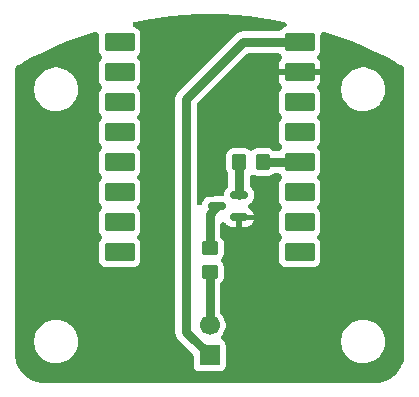
<source format=gbr>
G04 #@! TF.GenerationSoftware,KiCad,Pcbnew,9.0.6*
G04 #@! TF.CreationDate,2025-12-02T19:13:17-05:00*
G04 #@! TF.ProjectId,mini_xmas_tree,6d696e69-5f78-46d6-9173-5f747265652e,rev?*
G04 #@! TF.SameCoordinates,PX7459280PY3fe56c0*
G04 #@! TF.FileFunction,Copper,L2,Bot*
G04 #@! TF.FilePolarity,Positive*
%FSLAX46Y46*%
G04 Gerber Fmt 4.6, Leading zero omitted, Abs format (unit mm)*
G04 Created by KiCad (PCBNEW 9.0.6) date 2025-12-02 19:13:17*
%MOMM*%
%LPD*%
G01*
G04 APERTURE LIST*
G04 Aperture macros list*
%AMRoundRect*
0 Rectangle with rounded corners*
0 $1 Rounding radius*
0 $2 $3 $4 $5 $6 $7 $8 $9 X,Y pos of 4 corners*
0 Add a 4 corners polygon primitive as box body*
4,1,4,$2,$3,$4,$5,$6,$7,$8,$9,$2,$3,0*
0 Add four circle primitives for the rounded corners*
1,1,$1+$1,$2,$3*
1,1,$1+$1,$4,$5*
1,1,$1+$1,$6,$7*
1,1,$1+$1,$8,$9*
0 Add four rect primitives between the rounded corners*
20,1,$1+$1,$2,$3,$4,$5,0*
20,1,$1+$1,$4,$5,$6,$7,0*
20,1,$1+$1,$6,$7,$8,$9,0*
20,1,$1+$1,$8,$9,$2,$3,0*%
G04 Aperture macros list end*
G04 #@! TA.AperFunction,ComponentPad*
%ADD10C,1.700000*%
G04 #@! TD*
G04 #@! TA.AperFunction,ComponentPad*
%ADD11R,1.700000X1.700000*%
G04 #@! TD*
G04 #@! TA.AperFunction,ComponentPad*
%ADD12RoundRect,0.240000X-1.030000X-0.560000X1.030000X-0.560000X1.030000X0.560000X-1.030000X0.560000X0*%
G04 #@! TD*
G04 #@! TA.AperFunction,SMDPad,CuDef*
%ADD13RoundRect,0.250000X0.350000X0.450000X-0.350000X0.450000X-0.350000X-0.450000X0.350000X-0.450000X0*%
G04 #@! TD*
G04 #@! TA.AperFunction,SMDPad,CuDef*
%ADD14RoundRect,0.250000X0.450000X-0.350000X0.450000X0.350000X-0.450000X0.350000X-0.450000X-0.350000X0*%
G04 #@! TD*
G04 #@! TA.AperFunction,SMDPad,CuDef*
%ADD15RoundRect,0.150000X0.587500X0.150000X-0.587500X0.150000X-0.587500X-0.150000X0.587500X-0.150000X0*%
G04 #@! TD*
G04 #@! TA.AperFunction,Conductor*
%ADD16C,0.800000*%
G04 #@! TD*
G04 APERTURE END LIST*
D10*
G04 #@! TO.P,J1,2,Pin_2*
G04 #@! TO.N,Net-(J1-Pin_2)*
X18000000Y-27135000D03*
D11*
G04 #@! TO.P,J1,1,Pin_1*
G04 #@! TO.N,+5V*
X18000000Y-29675000D03*
G04 #@! TD*
D12*
G04 #@! TO.P,A1,1,GPIO05*
G04 #@! TO.N,unconnected-(A1-GPIO05-Pad1)*
X10380000Y-3150000D03*
G04 #@! TO.P,A1,2,GPIO06*
G04 #@! TO.N,unconnected-(A1-GPIO06-Pad2)*
X10380000Y-5690000D03*
G04 #@! TO.P,A1,3,GPIO07*
G04 #@! TO.N,unconnected-(A1-GPIO07-Pad3)*
X10380000Y-8230000D03*
G04 #@! TO.P,A1,4,GPIO08*
G04 #@! TO.N,unconnected-(A1-GPIO08-Pad4)*
X10380000Y-10770000D03*
G04 #@! TO.P,A1,5,GPIO09*
G04 #@! TO.N,unconnected-(A1-GPIO09-Pad5)*
X10380000Y-13310000D03*
G04 #@! TO.P,A1,6,GPIO10*
G04 #@! TO.N,unconnected-(A1-GPIO10-Pad6)*
X10380000Y-15850000D03*
G04 #@! TO.P,A1,7,GPIO20*
G04 #@! TO.N,unconnected-(A1-GPIO20-Pad7)*
X10380000Y-18390000D03*
G04 #@! TO.P,A1,8,GPIO21*
G04 #@! TO.N,unconnected-(A1-GPIO21-Pad8)*
X10380000Y-20930000D03*
G04 #@! TO.P,A1,9,GPIO00*
G04 #@! TO.N,unconnected-(A1-GPIO00-Pad9)*
X25620000Y-20930000D03*
G04 #@! TO.P,A1,10,GPIO01*
G04 #@! TO.N,unconnected-(A1-GPIO01-Pad10)*
X25620000Y-18390000D03*
G04 #@! TO.P,A1,11,GPIO02*
G04 #@! TO.N,unconnected-(A1-GPIO02-Pad11)*
X25620000Y-15850000D03*
G04 #@! TO.P,A1,12,GPIO03*
G04 #@! TO.N,/LED_STRING_CTRL*
X25620000Y-13310000D03*
G04 #@! TO.P,A1,13,GPIO04*
G04 #@! TO.N,unconnected-(A1-GPIO04-Pad13)*
X25620000Y-10770000D03*
G04 #@! TO.P,A1,14,3V3*
G04 #@! TO.N,unconnected-(A1-3V3-Pad14)*
X25620000Y-8230000D03*
G04 #@! TO.P,A1,15,GND*
G04 #@! TO.N,GND*
X25620000Y-5690000D03*
G04 #@! TO.P,A1,16,5V*
G04 #@! TO.N,+5V*
X25620000Y-3150000D03*
G04 #@! TD*
D13*
G04 #@! TO.P,R1,1*
G04 #@! TO.N,/LED_STRING_CTRL*
X22500000Y-13300000D03*
G04 #@! TO.P,R1,2*
G04 #@! TO.N,Net-(Q1-B)*
X20500000Y-13300000D03*
G04 #@! TD*
D14*
G04 #@! TO.P,R2,1*
G04 #@! TO.N,Net-(J1-Pin_2)*
X18000000Y-22600000D03*
G04 #@! TO.P,R2,2*
G04 #@! TO.N,Net-(Q1-C)*
X18000000Y-20600000D03*
G04 #@! TD*
D15*
G04 #@! TO.P,Q1,1,B*
G04 #@! TO.N,Net-(Q1-B)*
X20500000Y-16100000D03*
G04 #@! TO.P,Q1,2,E*
G04 #@! TO.N,GND*
X20500000Y-18000000D03*
G04 #@! TO.P,Q1,3,C*
G04 #@! TO.N,Net-(Q1-C)*
X18625000Y-17050000D03*
G04 #@! TD*
D16*
G04 #@! TO.N,+5V*
X18000000Y-29675000D02*
X16000000Y-27675000D01*
X16000000Y-27675000D02*
X16000000Y-8000000D01*
X16000000Y-8000000D02*
X20850000Y-3150000D01*
X20850000Y-3150000D02*
X25620000Y-3150000D01*
G04 #@! TO.N,Net-(J1-Pin_2)*
X18000000Y-22600000D02*
X18000000Y-27135000D01*
G04 #@! TO.N,Net-(Q1-C)*
X18000000Y-20600000D02*
X18000000Y-17675000D01*
X18000000Y-17675000D02*
X18625000Y-17050000D01*
G04 #@! TO.N,Net-(Q1-B)*
X20500000Y-13300000D02*
X20500000Y-16100000D01*
G04 #@! TO.N,/LED_STRING_CTRL*
X25620000Y-13310000D02*
X22510000Y-13310000D01*
X22510000Y-13310000D02*
X22500000Y-13300000D01*
G04 #@! TD*
G04 #@! TA.AperFunction,Conductor*
G04 #@! TO.N,GND*
G36*
X19094820Y-805528D02*
G01*
X19103166Y-805809D01*
X20192623Y-861106D01*
X20200913Y-861668D01*
X21287844Y-953756D01*
X21296143Y-954601D01*
X22379334Y-1083377D01*
X22387649Y-1084508D01*
X23465843Y-1249821D01*
X23474043Y-1251220D01*
X24314692Y-1409364D01*
X24404830Y-1445607D01*
X24474240Y-1513588D01*
X24512351Y-1602956D01*
X24513362Y-1700106D01*
X24477118Y-1790247D01*
X24409137Y-1859657D01*
X24346978Y-1890432D01*
X24274922Y-1914309D01*
X24127591Y-2005184D01*
X24127589Y-2005186D01*
X24005186Y-2127589D01*
X24002945Y-2131222D01*
X23998722Y-2135763D01*
X23996191Y-2138965D01*
X23995934Y-2138762D01*
X23936790Y-2202371D01*
X23848441Y-2242788D01*
X23791019Y-2249500D01*
X20938692Y-2249500D01*
X20761308Y-2249500D01*
X20653988Y-2270847D01*
X20587328Y-2284106D01*
X20587327Y-2284107D01*
X20471454Y-2332102D01*
X20471452Y-2332104D01*
X20453720Y-2339449D01*
X20423452Y-2351987D01*
X20423448Y-2351989D01*
X20334091Y-2411697D01*
X20334090Y-2411698D01*
X20275968Y-2450533D01*
X15300536Y-7425964D01*
X15261062Y-7485041D01*
X15261061Y-7485040D01*
X15201990Y-7573446D01*
X15201986Y-7573455D01*
X15181012Y-7624091D01*
X15134105Y-7737331D01*
X15132361Y-7746100D01*
X15099500Y-7911308D01*
X15099500Y-7911309D01*
X15099500Y-27586308D01*
X15099500Y-27763692D01*
X15115239Y-27842817D01*
X15134105Y-27937668D01*
X15161747Y-28004399D01*
X15166052Y-28014792D01*
X15201987Y-28101547D01*
X15244455Y-28165104D01*
X15300536Y-28249036D01*
X15300539Y-28249039D01*
X16576570Y-29525070D01*
X16630546Y-29605852D01*
X16649500Y-29701140D01*
X16649500Y-30572865D01*
X16649500Y-30572868D01*
X16649501Y-30572872D01*
X16651567Y-30592093D01*
X16655908Y-30632480D01*
X16655909Y-30632484D01*
X16706203Y-30767329D01*
X16706204Y-30767331D01*
X16792454Y-30882546D01*
X16907669Y-30968796D01*
X17042517Y-31019091D01*
X17102127Y-31025500D01*
X18897872Y-31025499D01*
X18957483Y-31019091D01*
X19092331Y-30968796D01*
X19207546Y-30882546D01*
X19293796Y-30767331D01*
X19344091Y-30632483D01*
X19350500Y-30572873D01*
X19350499Y-28777128D01*
X19344091Y-28717517D01*
X19293796Y-28582669D01*
X19207546Y-28467454D01*
X19092331Y-28381204D01*
X19085650Y-28378712D01*
X29149500Y-28378712D01*
X29149500Y-28621287D01*
X29181162Y-28861790D01*
X29181163Y-28861795D01*
X29243940Y-29096082D01*
X29243948Y-29096105D01*
X29336770Y-29320201D01*
X29336778Y-29320217D01*
X29458058Y-29530279D01*
X29458064Y-29530289D01*
X29605729Y-29722731D01*
X29605738Y-29722741D01*
X29777258Y-29894261D01*
X29777268Y-29894270D01*
X29898491Y-29987287D01*
X29969711Y-30041936D01*
X29969720Y-30041941D01*
X30179782Y-30163221D01*
X30179798Y-30163229D01*
X30319858Y-30221242D01*
X30403900Y-30256054D01*
X30403911Y-30256057D01*
X30403917Y-30256059D01*
X30587021Y-30305121D01*
X30638211Y-30318838D01*
X30878712Y-30350500D01*
X31121288Y-30350500D01*
X31361789Y-30318838D01*
X31523275Y-30275567D01*
X31596082Y-30256059D01*
X31596084Y-30256058D01*
X31596100Y-30256054D01*
X31747766Y-30193231D01*
X31820201Y-30163229D01*
X31820206Y-30163226D01*
X31820212Y-30163224D01*
X32030289Y-30041936D01*
X32222738Y-29894265D01*
X32394265Y-29722738D01*
X32541936Y-29530289D01*
X32663224Y-29320212D01*
X32756054Y-29096100D01*
X32818838Y-28861789D01*
X32850500Y-28621288D01*
X32850500Y-28378712D01*
X32818838Y-28138211D01*
X32782983Y-28004399D01*
X32756059Y-27903917D01*
X32756057Y-27903911D01*
X32756054Y-27903900D01*
X32697977Y-27763689D01*
X32663229Y-27679798D01*
X32663221Y-27679782D01*
X32541941Y-27469720D01*
X32541935Y-27469710D01*
X32394270Y-27277268D01*
X32394261Y-27277258D01*
X32222741Y-27105738D01*
X32222731Y-27105729D01*
X32030289Y-26958064D01*
X32030279Y-26958058D01*
X31820217Y-26836778D01*
X31820201Y-26836770D01*
X31596105Y-26743948D01*
X31596103Y-26743947D01*
X31596100Y-26743946D01*
X31596096Y-26743945D01*
X31596082Y-26743940D01*
X31361795Y-26681163D01*
X31361790Y-26681162D01*
X31121288Y-26649500D01*
X30878712Y-26649500D01*
X30638209Y-26681162D01*
X30638204Y-26681163D01*
X30403917Y-26743940D01*
X30403894Y-26743948D01*
X30179798Y-26836770D01*
X30179782Y-26836778D01*
X29969720Y-26958058D01*
X29969710Y-26958064D01*
X29777268Y-27105729D01*
X29777258Y-27105738D01*
X29605738Y-27277258D01*
X29605729Y-27277268D01*
X29458064Y-27469710D01*
X29458058Y-27469720D01*
X29336778Y-27679782D01*
X29336770Y-27679798D01*
X29243948Y-27903894D01*
X29243940Y-27903917D01*
X29181163Y-28138204D01*
X29181162Y-28138209D01*
X29149500Y-28378712D01*
X19085650Y-28378712D01*
X19083762Y-28378008D01*
X19057687Y-28354342D01*
X19046073Y-28338660D01*
X19031106Y-28326144D01*
X19017433Y-28299986D01*
X18999866Y-28276266D01*
X18995138Y-28257335D01*
X18986099Y-28240043D01*
X18983476Y-28210641D01*
X18976325Y-28182007D01*
X18979200Y-28162710D01*
X18977467Y-28143272D01*
X18986296Y-28115102D01*
X18990647Y-28085913D01*
X19000689Y-28069184D01*
X19006526Y-28050564D01*
X19025274Y-28023376D01*
X19024353Y-28022707D01*
X19030104Y-28014792D01*
X19155051Y-27842816D01*
X19251557Y-27653412D01*
X19317246Y-27451243D01*
X19350500Y-27241287D01*
X19350500Y-27028713D01*
X19350499Y-27028710D01*
X19350499Y-27028703D01*
X19317246Y-26818759D01*
X19317246Y-26818757D01*
X19251557Y-26616588D01*
X19155051Y-26427184D01*
X19030104Y-26255208D01*
X18973430Y-26198534D01*
X18919454Y-26117752D01*
X18900500Y-26022464D01*
X18900500Y-23664007D01*
X18919454Y-23568719D01*
X18973427Y-23487940D01*
X19042712Y-23418656D01*
X19134814Y-23269334D01*
X19189999Y-23102797D01*
X19200500Y-23000009D01*
X19200499Y-22199992D01*
X19189999Y-22097203D01*
X19182580Y-22074815D01*
X19162653Y-22014680D01*
X19134814Y-21930666D01*
X19042712Y-21781344D01*
X19037434Y-21776066D01*
X18983461Y-21695288D01*
X18964507Y-21600000D01*
X18983461Y-21504712D01*
X19037434Y-21423933D01*
X19042712Y-21418656D01*
X19134814Y-21269334D01*
X19189999Y-21102797D01*
X19200500Y-21000009D01*
X19200499Y-20199992D01*
X19189999Y-20097203D01*
X19134814Y-19930666D01*
X19042712Y-19781344D01*
X18973427Y-19712059D01*
X18919454Y-19631281D01*
X18900500Y-19535993D01*
X18900500Y-18625902D01*
X18919454Y-18530614D01*
X18973430Y-18449832D01*
X19054212Y-18395856D01*
X19149500Y-18376902D01*
X19244788Y-18395856D01*
X19325570Y-18449832D01*
X19363825Y-18499151D01*
X19394815Y-18551553D01*
X19510946Y-18667684D01*
X19652304Y-18751283D01*
X19810001Y-18797098D01*
X19810013Y-18797100D01*
X19846849Y-18799999D01*
X19846860Y-18800000D01*
X20249999Y-18800000D01*
X20250000Y-18799999D01*
X20750000Y-18799999D01*
X20750001Y-18800000D01*
X21153140Y-18800000D01*
X21153150Y-18799999D01*
X21189986Y-18797100D01*
X21189998Y-18797098D01*
X21347695Y-18751283D01*
X21489053Y-18667684D01*
X21605184Y-18551553D01*
X21688783Y-18410195D01*
X21688783Y-18410193D01*
X21734599Y-18252492D01*
X21734796Y-18250000D01*
X20750000Y-18250000D01*
X20750000Y-18799999D01*
X20250000Y-18799999D01*
X20250000Y-18249000D01*
X20268954Y-18153712D01*
X20322930Y-18072930D01*
X20403712Y-18018954D01*
X20499000Y-18000000D01*
X20500000Y-18000000D01*
X20500000Y-17999000D01*
X20518954Y-17903712D01*
X20572930Y-17822930D01*
X20653712Y-17768954D01*
X20749000Y-17750000D01*
X21734796Y-17750000D01*
X21734796Y-17749999D01*
X21734599Y-17747507D01*
X21688783Y-17589806D01*
X21688783Y-17589804D01*
X21605184Y-17448446D01*
X21489051Y-17332313D01*
X21374578Y-17264615D01*
X21302207Y-17199795D01*
X21260151Y-17112215D01*
X21254812Y-17015207D01*
X21287003Y-16923540D01*
X21351823Y-16851169D01*
X21374570Y-16835969D01*
X21489365Y-16768081D01*
X21605581Y-16651865D01*
X21689244Y-16510398D01*
X21735098Y-16352569D01*
X21738000Y-16315694D01*
X21738000Y-15884306D01*
X21735098Y-15847431D01*
X21689244Y-15689602D01*
X21605581Y-15548135D01*
X21489365Y-15431919D01*
X21489362Y-15431917D01*
X21478287Y-15420842D01*
X21480387Y-15418741D01*
X21433202Y-15364359D01*
X21402461Y-15272195D01*
X21400500Y-15241004D01*
X21400500Y-14615626D01*
X21419454Y-14520338D01*
X21473430Y-14439556D01*
X21554212Y-14385580D01*
X21649500Y-14366626D01*
X21744788Y-14385580D01*
X21780216Y-14403696D01*
X21830666Y-14434814D01*
X21830667Y-14434814D01*
X21830667Y-14434815D01*
X21981248Y-14484712D01*
X21997203Y-14489999D01*
X22099991Y-14500500D01*
X22900008Y-14500499D01*
X23002797Y-14489999D01*
X23169334Y-14434814D01*
X23318656Y-14342712D01*
X23377940Y-14283427D01*
X23458719Y-14229454D01*
X23554007Y-14210500D01*
X23791019Y-14210500D01*
X23886307Y-14229454D01*
X23967089Y-14283430D01*
X24002944Y-14328776D01*
X24005186Y-14332411D01*
X24076708Y-14403933D01*
X24130682Y-14484712D01*
X24149636Y-14580000D01*
X24130682Y-14675288D01*
X24076708Y-14756066D01*
X24005186Y-14827589D01*
X24005184Y-14827591D01*
X23914308Y-14974923D01*
X23859861Y-15139234D01*
X23849500Y-15240654D01*
X23849500Y-16459340D01*
X23859861Y-16560766D01*
X23914307Y-16725073D01*
X23914308Y-16725076D01*
X23958938Y-16797431D01*
X24005186Y-16872411D01*
X24076708Y-16943933D01*
X24130682Y-17024712D01*
X24149636Y-17120000D01*
X24130682Y-17215288D01*
X24076708Y-17296066D01*
X24040462Y-17332313D01*
X24005184Y-17367591D01*
X23914308Y-17514923D01*
X23859861Y-17679234D01*
X23849500Y-17780654D01*
X23849500Y-18999340D01*
X23859861Y-19100766D01*
X23914307Y-19265073D01*
X23914308Y-19265076D01*
X23914310Y-19265079D01*
X24005186Y-19412411D01*
X24076708Y-19483933D01*
X24130682Y-19564712D01*
X24149636Y-19660000D01*
X24130682Y-19755288D01*
X24076708Y-19836066D01*
X24039363Y-19873412D01*
X24005184Y-19907591D01*
X23914308Y-20054923D01*
X23859861Y-20219234D01*
X23849500Y-20320654D01*
X23849500Y-21539340D01*
X23859861Y-21640766D01*
X23914307Y-21805073D01*
X23914308Y-21805076D01*
X23956459Y-21873412D01*
X24005186Y-21952411D01*
X24127589Y-22074814D01*
X24127591Y-22074815D01*
X24274923Y-22165691D01*
X24439234Y-22220138D01*
X24439236Y-22220138D01*
X24439239Y-22220139D01*
X24540657Y-22230500D01*
X26699342Y-22230499D01*
X26800761Y-22220139D01*
X26800763Y-22220138D01*
X26800766Y-22220138D01*
X26965073Y-22165692D01*
X26965076Y-22165691D01*
X26965076Y-22165690D01*
X26965079Y-22165690D01*
X27112411Y-22074814D01*
X27234814Y-21952411D01*
X27325690Y-21805079D01*
X27374663Y-21657288D01*
X27380138Y-21640765D01*
X27380138Y-21640763D01*
X27380139Y-21640761D01*
X27390500Y-21539343D01*
X27390499Y-20320658D01*
X27380139Y-20219239D01*
X27380138Y-20219237D01*
X27380138Y-20219233D01*
X27325692Y-20054926D01*
X27325691Y-20054923D01*
X27234815Y-19907591D01*
X27234814Y-19907589D01*
X27163291Y-19836066D01*
X27109318Y-19755288D01*
X27090364Y-19660000D01*
X27109318Y-19564712D01*
X27163291Y-19483933D01*
X27234814Y-19412411D01*
X27325690Y-19265079D01*
X27325692Y-19265073D01*
X27380138Y-19100765D01*
X27380138Y-19100763D01*
X27380139Y-19100761D01*
X27390500Y-18999343D01*
X27390499Y-17780658D01*
X27380139Y-17679239D01*
X27380138Y-17679237D01*
X27380138Y-17679233D01*
X27325692Y-17514926D01*
X27325691Y-17514923D01*
X27292060Y-17460398D01*
X27234814Y-17367589D01*
X27163291Y-17296066D01*
X27109318Y-17215288D01*
X27090364Y-17120000D01*
X27109318Y-17024712D01*
X27163291Y-16943933D01*
X27234814Y-16872411D01*
X27325690Y-16725079D01*
X27325692Y-16725073D01*
X27380138Y-16560765D01*
X27380138Y-16560763D01*
X27380139Y-16560761D01*
X27390500Y-16459343D01*
X27390499Y-15240658D01*
X27380139Y-15139239D01*
X27380138Y-15139237D01*
X27380138Y-15139233D01*
X27325692Y-14974926D01*
X27325691Y-14974923D01*
X27234815Y-14827591D01*
X27234814Y-14827589D01*
X27163291Y-14756066D01*
X27109318Y-14675288D01*
X27090364Y-14580000D01*
X27109318Y-14484712D01*
X27163291Y-14403933D01*
X27234814Y-14332411D01*
X27325690Y-14185079D01*
X27364044Y-14069334D01*
X27380138Y-14020765D01*
X27380138Y-14020763D01*
X27380139Y-14020761D01*
X27390500Y-13919343D01*
X27390499Y-12700658D01*
X27380139Y-12599239D01*
X27380138Y-12599237D01*
X27380138Y-12599233D01*
X27325692Y-12434926D01*
X27325691Y-12434923D01*
X27309839Y-12409222D01*
X27234814Y-12287589D01*
X27163291Y-12216066D01*
X27109318Y-12135288D01*
X27090364Y-12040000D01*
X27109318Y-11944712D01*
X27163291Y-11863933D01*
X27234814Y-11792411D01*
X27325690Y-11645079D01*
X27325692Y-11645073D01*
X27380138Y-11480765D01*
X27380138Y-11480763D01*
X27380139Y-11480761D01*
X27390500Y-11379343D01*
X27390499Y-10160658D01*
X27380139Y-10059239D01*
X27380138Y-10059237D01*
X27380138Y-10059233D01*
X27325692Y-9894926D01*
X27325691Y-9894923D01*
X27234815Y-9747591D01*
X27234814Y-9747589D01*
X27163291Y-9676066D01*
X27109318Y-9595288D01*
X27090364Y-9500000D01*
X27109318Y-9404712D01*
X27163291Y-9323933D01*
X27234814Y-9252411D01*
X27325690Y-9105079D01*
X27360344Y-9000500D01*
X27380138Y-8940765D01*
X27380138Y-8940763D01*
X27380139Y-8940761D01*
X27390500Y-8839343D01*
X27390499Y-7620658D01*
X27380139Y-7519239D01*
X27380138Y-7519237D01*
X27380138Y-7519233D01*
X27325692Y-7354926D01*
X27325691Y-7354923D01*
X27274104Y-7271287D01*
X27234814Y-7207589D01*
X27162937Y-7135712D01*
X27108964Y-7054934D01*
X27103748Y-7028712D01*
X29149500Y-7028712D01*
X29149500Y-7271287D01*
X29181162Y-7511790D01*
X29181163Y-7511795D01*
X29243940Y-7746082D01*
X29243948Y-7746105D01*
X29336770Y-7970201D01*
X29336778Y-7970217D01*
X29458058Y-8180279D01*
X29458064Y-8180289D01*
X29605729Y-8372731D01*
X29605738Y-8372741D01*
X29777258Y-8544261D01*
X29777268Y-8544270D01*
X29898491Y-8637287D01*
X29969711Y-8691936D01*
X29969720Y-8691941D01*
X30179782Y-8813221D01*
X30179798Y-8813229D01*
X30319858Y-8871242D01*
X30403900Y-8906054D01*
X30403911Y-8906057D01*
X30403917Y-8906059D01*
X30587021Y-8955121D01*
X30638211Y-8968838D01*
X30878712Y-9000500D01*
X31121288Y-9000500D01*
X31361789Y-8968838D01*
X31523275Y-8925567D01*
X31596082Y-8906059D01*
X31596084Y-8906058D01*
X31596100Y-8906054D01*
X31757155Y-8839343D01*
X31820201Y-8813229D01*
X31820206Y-8813226D01*
X31820212Y-8813224D01*
X32030289Y-8691936D01*
X32222738Y-8544265D01*
X32394265Y-8372738D01*
X32541936Y-8180289D01*
X32663224Y-7970212D01*
X32756054Y-7746100D01*
X32818838Y-7511789D01*
X32850500Y-7271288D01*
X32850500Y-7028712D01*
X32818838Y-6788211D01*
X32798527Y-6712411D01*
X32756059Y-6553917D01*
X32756057Y-6553911D01*
X32756054Y-6553900D01*
X32692580Y-6400660D01*
X32663229Y-6329798D01*
X32663221Y-6329782D01*
X32541941Y-6119720D01*
X32541935Y-6119710D01*
X32533972Y-6109333D01*
X32487287Y-6048491D01*
X32394270Y-5927268D01*
X32394261Y-5927258D01*
X32222741Y-5755738D01*
X32222731Y-5755729D01*
X32030289Y-5608064D01*
X32030279Y-5608058D01*
X31820217Y-5486778D01*
X31820201Y-5486770D01*
X31596105Y-5393948D01*
X31596103Y-5393947D01*
X31596100Y-5393946D01*
X31596096Y-5393945D01*
X31596082Y-5393940D01*
X31361795Y-5331163D01*
X31361790Y-5331162D01*
X31121288Y-5299500D01*
X30878712Y-5299500D01*
X30638209Y-5331162D01*
X30638204Y-5331163D01*
X30403917Y-5393940D01*
X30403894Y-5393948D01*
X30179798Y-5486770D01*
X30179782Y-5486778D01*
X29969720Y-5608058D01*
X29969710Y-5608064D01*
X29777268Y-5755729D01*
X29777258Y-5755738D01*
X29605738Y-5927258D01*
X29605729Y-5927268D01*
X29458064Y-6119710D01*
X29458058Y-6119720D01*
X29336778Y-6329782D01*
X29336770Y-6329798D01*
X29243948Y-6553894D01*
X29243940Y-6553917D01*
X29181163Y-6788204D01*
X29181162Y-6788209D01*
X29149500Y-7028712D01*
X27103748Y-7028712D01*
X27090010Y-6959646D01*
X27108964Y-6864358D01*
X27162940Y-6783576D01*
X27234419Y-6712097D01*
X27325236Y-6564861D01*
X27379645Y-6400664D01*
X27389999Y-6299315D01*
X27390000Y-6299305D01*
X27390000Y-5940001D01*
X27389999Y-5940000D01*
X25995278Y-5940000D01*
X26039333Y-5863694D01*
X26070000Y-5749244D01*
X26070000Y-5630756D01*
X26039333Y-5516306D01*
X25995278Y-5440000D01*
X27389998Y-5440000D01*
X27389999Y-5439999D01*
X27389999Y-5080698D01*
X27389998Y-5080681D01*
X27379645Y-4979339D01*
X27325234Y-4815135D01*
X27234418Y-4667901D01*
X27162940Y-4596423D01*
X27108964Y-4515641D01*
X27090010Y-4420353D01*
X27108964Y-4325065D01*
X27162935Y-4244289D01*
X27234814Y-4172411D01*
X27325690Y-4025079D01*
X27375302Y-3875358D01*
X27380138Y-3860765D01*
X27380138Y-3860763D01*
X27380139Y-3860761D01*
X27390500Y-3759343D01*
X27390499Y-2540658D01*
X27389916Y-2534954D01*
X27394451Y-2487095D01*
X27398835Y-2439067D01*
X27399040Y-2438676D01*
X27399082Y-2438236D01*
X27421677Y-2395585D01*
X27444018Y-2353057D01*
X27444356Y-2352775D01*
X27444563Y-2352385D01*
X27481709Y-2321669D01*
X27518675Y-2290886D01*
X27519095Y-2290754D01*
X27519437Y-2290473D01*
X27565427Y-2276336D01*
X27611442Y-2262017D01*
X27611883Y-2262057D01*
X27612304Y-2261928D01*
X27708195Y-2270847D01*
X27737004Y-2279361D01*
X27745014Y-2281876D01*
X28780006Y-2626219D01*
X28787929Y-2629004D01*
X29810693Y-3008138D01*
X29818532Y-3011195D01*
X30827883Y-3424679D01*
X30835570Y-3427981D01*
X31830418Y-3875369D01*
X31837991Y-3878929D01*
X32817169Y-4359701D01*
X32824560Y-4363487D01*
X33786895Y-4877064D01*
X33794233Y-4881141D01*
X34375094Y-5216838D01*
X34448111Y-5280928D01*
X34491044Y-5368083D01*
X34499500Y-5432424D01*
X34499500Y-29492471D01*
X34499046Y-29507504D01*
X34499046Y-29507505D01*
X34482185Y-29786250D01*
X34478560Y-29816100D01*
X34429583Y-30083357D01*
X34422387Y-30112551D01*
X34341555Y-30371950D01*
X34330893Y-30400065D01*
X34219379Y-30647839D01*
X34205405Y-30674464D01*
X34064838Y-30906989D01*
X34047758Y-30931734D01*
X33880193Y-31145616D01*
X33860254Y-31168123D01*
X33668123Y-31360254D01*
X33645616Y-31380193D01*
X33431734Y-31547758D01*
X33406989Y-31564838D01*
X33174464Y-31705405D01*
X33147839Y-31719379D01*
X32900065Y-31830893D01*
X32871950Y-31841555D01*
X32612551Y-31922387D01*
X32583357Y-31929583D01*
X32316100Y-31978560D01*
X32286250Y-31982185D01*
X32007506Y-31999046D01*
X31992472Y-31999500D01*
X4007528Y-31999500D01*
X3992494Y-31999046D01*
X3713749Y-31982185D01*
X3683899Y-31978560D01*
X3416642Y-31929583D01*
X3387448Y-31922387D01*
X3128049Y-31841555D01*
X3099934Y-31830893D01*
X2852160Y-31719379D01*
X2825535Y-31705405D01*
X2593010Y-31564838D01*
X2568265Y-31547758D01*
X2354383Y-31380193D01*
X2331876Y-31360254D01*
X2139745Y-31168123D01*
X2119806Y-31145616D01*
X1952241Y-30931734D01*
X1935161Y-30906989D01*
X1794594Y-30674464D01*
X1780620Y-30647839D01*
X1773709Y-30632484D01*
X1669103Y-30400059D01*
X1658444Y-30371950D01*
X1641893Y-30318837D01*
X1577610Y-30112546D01*
X1570416Y-30083357D01*
X1521437Y-29816088D01*
X1517815Y-29786261D01*
X1500954Y-29507504D01*
X1500500Y-29492471D01*
X1500500Y-28378712D01*
X3149500Y-28378712D01*
X3149500Y-28621287D01*
X3181162Y-28861790D01*
X3181163Y-28861795D01*
X3243940Y-29096082D01*
X3243948Y-29096105D01*
X3336770Y-29320201D01*
X3336778Y-29320217D01*
X3458058Y-29530279D01*
X3458064Y-29530289D01*
X3605729Y-29722731D01*
X3605738Y-29722741D01*
X3777258Y-29894261D01*
X3777268Y-29894270D01*
X3898491Y-29987287D01*
X3969711Y-30041936D01*
X3969720Y-30041941D01*
X4179782Y-30163221D01*
X4179798Y-30163229D01*
X4319858Y-30221242D01*
X4403900Y-30256054D01*
X4403911Y-30256057D01*
X4403917Y-30256059D01*
X4587021Y-30305121D01*
X4638211Y-30318838D01*
X4878712Y-30350500D01*
X5121288Y-30350500D01*
X5361789Y-30318838D01*
X5523275Y-30275567D01*
X5596082Y-30256059D01*
X5596084Y-30256058D01*
X5596100Y-30256054D01*
X5747766Y-30193231D01*
X5820201Y-30163229D01*
X5820206Y-30163226D01*
X5820212Y-30163224D01*
X6030289Y-30041936D01*
X6222738Y-29894265D01*
X6394265Y-29722738D01*
X6541936Y-29530289D01*
X6663224Y-29320212D01*
X6756054Y-29096100D01*
X6818838Y-28861789D01*
X6850500Y-28621288D01*
X6850500Y-28378712D01*
X6818838Y-28138211D01*
X6782983Y-28004399D01*
X6756059Y-27903917D01*
X6756057Y-27903911D01*
X6756054Y-27903900D01*
X6697977Y-27763689D01*
X6663229Y-27679798D01*
X6663221Y-27679782D01*
X6541941Y-27469720D01*
X6541935Y-27469710D01*
X6394270Y-27277268D01*
X6394261Y-27277258D01*
X6222741Y-27105738D01*
X6222731Y-27105729D01*
X6030289Y-26958064D01*
X6030279Y-26958058D01*
X5820217Y-26836778D01*
X5820201Y-26836770D01*
X5596105Y-26743948D01*
X5596103Y-26743947D01*
X5596100Y-26743946D01*
X5596096Y-26743945D01*
X5596082Y-26743940D01*
X5361795Y-26681163D01*
X5361790Y-26681162D01*
X5121288Y-26649500D01*
X4878712Y-26649500D01*
X4638209Y-26681162D01*
X4638204Y-26681163D01*
X4403917Y-26743940D01*
X4403894Y-26743948D01*
X4179798Y-26836770D01*
X4179782Y-26836778D01*
X3969720Y-26958058D01*
X3969710Y-26958064D01*
X3777268Y-27105729D01*
X3777258Y-27105738D01*
X3605738Y-27277258D01*
X3605729Y-27277268D01*
X3458064Y-27469710D01*
X3458058Y-27469720D01*
X3336778Y-27679782D01*
X3336770Y-27679798D01*
X3243948Y-27903894D01*
X3243940Y-27903917D01*
X3181163Y-28138204D01*
X3181162Y-28138209D01*
X3149500Y-28378712D01*
X1500500Y-28378712D01*
X1500500Y-7028712D01*
X3149500Y-7028712D01*
X3149500Y-7271287D01*
X3181162Y-7511790D01*
X3181163Y-7511795D01*
X3243940Y-7746082D01*
X3243948Y-7746105D01*
X3336770Y-7970201D01*
X3336778Y-7970217D01*
X3458058Y-8180279D01*
X3458064Y-8180289D01*
X3605729Y-8372731D01*
X3605738Y-8372741D01*
X3777258Y-8544261D01*
X3777268Y-8544270D01*
X3898491Y-8637287D01*
X3969711Y-8691936D01*
X3969720Y-8691941D01*
X4179782Y-8813221D01*
X4179798Y-8813229D01*
X4319858Y-8871242D01*
X4403900Y-8906054D01*
X4403911Y-8906057D01*
X4403917Y-8906059D01*
X4587021Y-8955121D01*
X4638211Y-8968838D01*
X4878712Y-9000500D01*
X5121288Y-9000500D01*
X5361789Y-8968838D01*
X5523275Y-8925567D01*
X5596082Y-8906059D01*
X5596084Y-8906058D01*
X5596100Y-8906054D01*
X5757155Y-8839343D01*
X5820201Y-8813229D01*
X5820206Y-8813226D01*
X5820212Y-8813224D01*
X6030289Y-8691936D01*
X6222738Y-8544265D01*
X6394265Y-8372738D01*
X6541936Y-8180289D01*
X6663224Y-7970212D01*
X6756054Y-7746100D01*
X6818838Y-7511789D01*
X6850500Y-7271288D01*
X6850500Y-7028712D01*
X6818838Y-6788211D01*
X6798527Y-6712411D01*
X6756059Y-6553917D01*
X6756057Y-6553911D01*
X6756054Y-6553900D01*
X6692580Y-6400660D01*
X6663229Y-6329798D01*
X6663221Y-6329782D01*
X6541941Y-6119720D01*
X6541935Y-6119710D01*
X6533972Y-6109333D01*
X6487287Y-6048491D01*
X6394270Y-5927268D01*
X6394261Y-5927258D01*
X6222741Y-5755738D01*
X6222731Y-5755729D01*
X6030289Y-5608064D01*
X6030279Y-5608058D01*
X5820217Y-5486778D01*
X5820201Y-5486770D01*
X5596105Y-5393948D01*
X5596103Y-5393947D01*
X5596100Y-5393946D01*
X5596096Y-5393945D01*
X5596082Y-5393940D01*
X5361795Y-5331163D01*
X5361790Y-5331162D01*
X5121288Y-5299500D01*
X4878712Y-5299500D01*
X4638209Y-5331162D01*
X4638204Y-5331163D01*
X4403917Y-5393940D01*
X4403894Y-5393948D01*
X4179798Y-5486770D01*
X4179782Y-5486778D01*
X3969720Y-5608058D01*
X3969710Y-5608064D01*
X3777268Y-5755729D01*
X3777258Y-5755738D01*
X3605738Y-5927258D01*
X3605729Y-5927268D01*
X3458064Y-6119710D01*
X3458058Y-6119720D01*
X3336778Y-6329782D01*
X3336770Y-6329798D01*
X3243948Y-6553894D01*
X3243940Y-6553917D01*
X3181163Y-6788204D01*
X3181162Y-6788209D01*
X3149500Y-7028712D01*
X1500500Y-7028712D01*
X1500500Y-5432424D01*
X1519454Y-5337136D01*
X1573430Y-5256354D01*
X1624906Y-5216838D01*
X2205786Y-4881129D01*
X2213079Y-4877077D01*
X3175462Y-4363474D01*
X3182806Y-4359713D01*
X4162031Y-3878918D01*
X4169558Y-3875379D01*
X5164450Y-3427971D01*
X5172094Y-3424688D01*
X6181487Y-3011187D01*
X6189282Y-3008147D01*
X7212089Y-2628998D01*
X7219975Y-2626225D01*
X8255002Y-2281870D01*
X8262963Y-2279370D01*
X8291798Y-2270847D01*
X8388550Y-2262017D01*
X8481317Y-2290884D01*
X8555976Y-2353054D01*
X8601161Y-2439062D01*
X8610085Y-2534923D01*
X8609501Y-2540641D01*
X8609500Y-2540666D01*
X8609500Y-3759340D01*
X8619861Y-3860766D01*
X8674307Y-4025073D01*
X8674308Y-4025076D01*
X8674310Y-4025079D01*
X8765186Y-4172411D01*
X8836708Y-4243933D01*
X8890682Y-4324712D01*
X8909636Y-4420000D01*
X8890682Y-4515288D01*
X8836708Y-4596066D01*
X8783602Y-4649173D01*
X8765184Y-4667591D01*
X8674308Y-4814923D01*
X8619861Y-4979234D01*
X8609500Y-5080654D01*
X8609500Y-6299340D01*
X8619861Y-6400766D01*
X8674307Y-6565073D01*
X8674308Y-6565076D01*
X8674310Y-6565079D01*
X8765186Y-6712411D01*
X8836708Y-6783933D01*
X8890682Y-6864712D01*
X8909636Y-6960000D01*
X8890682Y-7055288D01*
X8836708Y-7136066D01*
X8765186Y-7207589D01*
X8765184Y-7207591D01*
X8674308Y-7354923D01*
X8619861Y-7519234D01*
X8609500Y-7620654D01*
X8609500Y-8839340D01*
X8619861Y-8940766D01*
X8674307Y-9105073D01*
X8674308Y-9105076D01*
X8674310Y-9105079D01*
X8765186Y-9252411D01*
X8836708Y-9323933D01*
X8890682Y-9404712D01*
X8909636Y-9500000D01*
X8890682Y-9595288D01*
X8836708Y-9676066D01*
X8765186Y-9747589D01*
X8765184Y-9747591D01*
X8674308Y-9894923D01*
X8619861Y-10059234D01*
X8609500Y-10160654D01*
X8609500Y-11379340D01*
X8619861Y-11480766D01*
X8674307Y-11645073D01*
X8674308Y-11645076D01*
X8674310Y-11645079D01*
X8765186Y-11792411D01*
X8836708Y-11863933D01*
X8890682Y-11944712D01*
X8909636Y-12040000D01*
X8890682Y-12135288D01*
X8836708Y-12216066D01*
X8795489Y-12257286D01*
X8765184Y-12287591D01*
X8674308Y-12434923D01*
X8619861Y-12599234D01*
X8609500Y-12700654D01*
X8609500Y-13919340D01*
X8619861Y-14020766D01*
X8674307Y-14185073D01*
X8674308Y-14185076D01*
X8674310Y-14185079D01*
X8765186Y-14332411D01*
X8836708Y-14403933D01*
X8890682Y-14484712D01*
X8909636Y-14580000D01*
X8890682Y-14675288D01*
X8836708Y-14756066D01*
X8765186Y-14827589D01*
X8765184Y-14827591D01*
X8674308Y-14974923D01*
X8619861Y-15139234D01*
X8609500Y-15240654D01*
X8609500Y-16459340D01*
X8619861Y-16560766D01*
X8674307Y-16725073D01*
X8674308Y-16725076D01*
X8718938Y-16797431D01*
X8765186Y-16872411D01*
X8836708Y-16943933D01*
X8890682Y-17024712D01*
X8909636Y-17120000D01*
X8890682Y-17215288D01*
X8836708Y-17296066D01*
X8800462Y-17332313D01*
X8765184Y-17367591D01*
X8674308Y-17514923D01*
X8619861Y-17679234D01*
X8609500Y-17780654D01*
X8609500Y-18999340D01*
X8619861Y-19100766D01*
X8674307Y-19265073D01*
X8674308Y-19265076D01*
X8674310Y-19265079D01*
X8765186Y-19412411D01*
X8836708Y-19483933D01*
X8890682Y-19564712D01*
X8909636Y-19660000D01*
X8890682Y-19755288D01*
X8836708Y-19836066D01*
X8799363Y-19873412D01*
X8765184Y-19907591D01*
X8674308Y-20054923D01*
X8619861Y-20219234D01*
X8609500Y-20320654D01*
X8609500Y-21539340D01*
X8619861Y-21640766D01*
X8674307Y-21805073D01*
X8674308Y-21805076D01*
X8716459Y-21873412D01*
X8765186Y-21952411D01*
X8887589Y-22074814D01*
X8887591Y-22074815D01*
X9034923Y-22165691D01*
X9199234Y-22220138D01*
X9199236Y-22220138D01*
X9199239Y-22220139D01*
X9300657Y-22230500D01*
X11459342Y-22230499D01*
X11560761Y-22220139D01*
X11560763Y-22220138D01*
X11560766Y-22220138D01*
X11725073Y-22165692D01*
X11725076Y-22165691D01*
X11725076Y-22165690D01*
X11725079Y-22165690D01*
X11872411Y-22074814D01*
X11994814Y-21952411D01*
X12085690Y-21805079D01*
X12134663Y-21657288D01*
X12140138Y-21640765D01*
X12140138Y-21640763D01*
X12140139Y-21640761D01*
X12150500Y-21539343D01*
X12150499Y-20320658D01*
X12140139Y-20219239D01*
X12140138Y-20219237D01*
X12140138Y-20219233D01*
X12085692Y-20054926D01*
X12085691Y-20054923D01*
X11994815Y-19907591D01*
X11994814Y-19907589D01*
X11923291Y-19836066D01*
X11869318Y-19755288D01*
X11850364Y-19660000D01*
X11869318Y-19564712D01*
X11923291Y-19483933D01*
X11994814Y-19412411D01*
X12085690Y-19265079D01*
X12085692Y-19265073D01*
X12140138Y-19100765D01*
X12140138Y-19100763D01*
X12140139Y-19100761D01*
X12150500Y-18999343D01*
X12150499Y-17780658D01*
X12140139Y-17679239D01*
X12140138Y-17679237D01*
X12140138Y-17679233D01*
X12085692Y-17514926D01*
X12085691Y-17514923D01*
X12052060Y-17460398D01*
X11994814Y-17367589D01*
X11923291Y-17296066D01*
X11869318Y-17215288D01*
X11850364Y-17120000D01*
X11869318Y-17024712D01*
X11923291Y-16943933D01*
X11994814Y-16872411D01*
X12085690Y-16725079D01*
X12085692Y-16725073D01*
X12140138Y-16560765D01*
X12140138Y-16560763D01*
X12140139Y-16560761D01*
X12150500Y-16459343D01*
X12150499Y-15240658D01*
X12140139Y-15139239D01*
X12140138Y-15139237D01*
X12140138Y-15139233D01*
X12085692Y-14974926D01*
X12085691Y-14974923D01*
X11994815Y-14827591D01*
X11994814Y-14827589D01*
X11923291Y-14756066D01*
X11869318Y-14675288D01*
X11850364Y-14580000D01*
X11869318Y-14484712D01*
X11923291Y-14403933D01*
X11994814Y-14332411D01*
X12085690Y-14185079D01*
X12124044Y-14069334D01*
X12140138Y-14020765D01*
X12140138Y-14020763D01*
X12140139Y-14020761D01*
X12150500Y-13919343D01*
X12150499Y-12700658D01*
X12140139Y-12599239D01*
X12140138Y-12599237D01*
X12140138Y-12599233D01*
X12085692Y-12434926D01*
X12085691Y-12434923D01*
X12069839Y-12409222D01*
X11994814Y-12287589D01*
X11923291Y-12216066D01*
X11869318Y-12135288D01*
X11850364Y-12040000D01*
X11869318Y-11944712D01*
X11923291Y-11863933D01*
X11994814Y-11792411D01*
X12085690Y-11645079D01*
X12085692Y-11645073D01*
X12140138Y-11480765D01*
X12140138Y-11480763D01*
X12140139Y-11480761D01*
X12150500Y-11379343D01*
X12150499Y-10160658D01*
X12140139Y-10059239D01*
X12140138Y-10059237D01*
X12140138Y-10059233D01*
X12085692Y-9894926D01*
X12085691Y-9894923D01*
X11994815Y-9747591D01*
X11994814Y-9747589D01*
X11923291Y-9676066D01*
X11869318Y-9595288D01*
X11850364Y-9500000D01*
X11869318Y-9404712D01*
X11923291Y-9323933D01*
X11994814Y-9252411D01*
X12085690Y-9105079D01*
X12120344Y-9000500D01*
X12140138Y-8940765D01*
X12140138Y-8940763D01*
X12140139Y-8940761D01*
X12150500Y-8839343D01*
X12150499Y-7620658D01*
X12140139Y-7519239D01*
X12140138Y-7519237D01*
X12140138Y-7519233D01*
X12085692Y-7354926D01*
X12085691Y-7354923D01*
X12034104Y-7271287D01*
X11994814Y-7207589D01*
X11923291Y-7136066D01*
X11869318Y-7055288D01*
X11850364Y-6960000D01*
X11869318Y-6864712D01*
X11923291Y-6783933D01*
X11994814Y-6712411D01*
X12085690Y-6565079D01*
X12089396Y-6553894D01*
X12140138Y-6400765D01*
X12140138Y-6400763D01*
X12140139Y-6400761D01*
X12150500Y-6299343D01*
X12150499Y-5080658D01*
X12140139Y-4979239D01*
X12140138Y-4979237D01*
X12140138Y-4979233D01*
X12085692Y-4814926D01*
X12085691Y-4814923D01*
X12080690Y-4806814D01*
X11994814Y-4667589D01*
X11923291Y-4596066D01*
X11869318Y-4515288D01*
X11850364Y-4420000D01*
X11869318Y-4324712D01*
X11923291Y-4243933D01*
X11994814Y-4172411D01*
X12085690Y-4025079D01*
X12135302Y-3875358D01*
X12140138Y-3860765D01*
X12140138Y-3860763D01*
X12140139Y-3860761D01*
X12150500Y-3759343D01*
X12150499Y-2540658D01*
X12140139Y-2439239D01*
X12140138Y-2439237D01*
X12140138Y-2439233D01*
X12085692Y-2274926D01*
X12085691Y-2274923D01*
X12083178Y-2270848D01*
X11994814Y-2127589D01*
X11872411Y-2005186D01*
X11725079Y-1914310D01*
X11725076Y-1914308D01*
X11653022Y-1890432D01*
X11568532Y-1842467D01*
X11508830Y-1765820D01*
X11483003Y-1672161D01*
X11494984Y-1575748D01*
X11542949Y-1491258D01*
X11619596Y-1431556D01*
X11685303Y-1409365D01*
X12525966Y-1251219D01*
X12534146Y-1249823D01*
X13612358Y-1084507D01*
X13620657Y-1083378D01*
X14703861Y-954600D01*
X14712149Y-953757D01*
X15799090Y-861667D01*
X15807372Y-861106D01*
X16896835Y-805809D01*
X16905177Y-805528D01*
X17995800Y-787090D01*
X18004200Y-787090D01*
X19094820Y-805528D01*
G37*
G04 #@! TD.AperFunction*
G04 #@! TA.AperFunction,Conductor*
G36*
X23886307Y-4069454D02*
G01*
X23967089Y-4123430D01*
X23975185Y-4131918D01*
X23990781Y-4149058D01*
X24005186Y-4172411D01*
X24081204Y-4248429D01*
X24085155Y-4252771D01*
X24107236Y-4289447D01*
X24131035Y-4325065D01*
X24132196Y-4330905D01*
X24135267Y-4336005D01*
X24141634Y-4378349D01*
X24149989Y-4420353D01*
X24148827Y-4426191D01*
X24149713Y-4432080D01*
X24139388Y-4473644D01*
X24131035Y-4515641D01*
X24127727Y-4520591D01*
X24126292Y-4526370D01*
X24100855Y-4560808D01*
X24077060Y-4596422D01*
X24005581Y-4667901D01*
X23914763Y-4815138D01*
X23860354Y-4979335D01*
X23850000Y-5080684D01*
X23850000Y-5439999D01*
X23850001Y-5440000D01*
X25244722Y-5440000D01*
X25200667Y-5516306D01*
X25170000Y-5630756D01*
X25170000Y-5749244D01*
X25200667Y-5863694D01*
X25244722Y-5940000D01*
X23850002Y-5940000D01*
X23850001Y-5940001D01*
X23850001Y-6299318D01*
X23860354Y-6400660D01*
X23914765Y-6564864D01*
X24005581Y-6712098D01*
X24077059Y-6783576D01*
X24131035Y-6864358D01*
X24149989Y-6959646D01*
X24131035Y-7054934D01*
X24077060Y-7135715D01*
X24005184Y-7207591D01*
X23914308Y-7354923D01*
X23859861Y-7519234D01*
X23849500Y-7620654D01*
X23849500Y-8839340D01*
X23859861Y-8940766D01*
X23914307Y-9105073D01*
X23914308Y-9105076D01*
X23914310Y-9105079D01*
X24005186Y-9252411D01*
X24076708Y-9323933D01*
X24130682Y-9404712D01*
X24149636Y-9500000D01*
X24130682Y-9595288D01*
X24076708Y-9676066D01*
X24005186Y-9747589D01*
X24005184Y-9747591D01*
X23914308Y-9894923D01*
X23859861Y-10059234D01*
X23849500Y-10160654D01*
X23849500Y-11379340D01*
X23859861Y-11480766D01*
X23914307Y-11645073D01*
X23914308Y-11645076D01*
X23914310Y-11645079D01*
X24005186Y-11792411D01*
X24076708Y-11863933D01*
X24100490Y-11899526D01*
X24125924Y-11933951D01*
X24127364Y-11939747D01*
X24130682Y-11944712D01*
X24139032Y-11986692D01*
X24149358Y-12028237D01*
X24148470Y-12034142D01*
X24149636Y-12040000D01*
X24141285Y-12081979D01*
X24134927Y-12124314D01*
X24131923Y-12129047D01*
X24130682Y-12135288D01*
X24084827Y-12207555D01*
X24080868Y-12211906D01*
X24005186Y-12287589D01*
X23990790Y-12310927D01*
X23975210Y-12328055D01*
X23954405Y-12343425D01*
X23936790Y-12362371D01*
X23915711Y-12372013D01*
X23897068Y-12385788D01*
X23871961Y-12392027D01*
X23848441Y-12402788D01*
X23811114Y-12407151D01*
X23802782Y-12409222D01*
X23798674Y-12408605D01*
X23791019Y-12409500D01*
X23574007Y-12409500D01*
X23478719Y-12390546D01*
X23397940Y-12336572D01*
X23318656Y-12257288D01*
X23169334Y-12165186D01*
X23169332Y-12165185D01*
X23169330Y-12165184D01*
X23169332Y-12165184D01*
X23002802Y-12110002D01*
X23002798Y-12110001D01*
X23002797Y-12110001D01*
X22900009Y-12099500D01*
X22900005Y-12099500D01*
X22099993Y-12099500D01*
X21997199Y-12110001D01*
X21830667Y-12165185D01*
X21681346Y-12257286D01*
X21681344Y-12257287D01*
X21681344Y-12257288D01*
X21676066Y-12262565D01*
X21595288Y-12316539D01*
X21500000Y-12335493D01*
X21404712Y-12316539D01*
X21323933Y-12262565D01*
X21318656Y-12257288D01*
X21169334Y-12165186D01*
X21169332Y-12165185D01*
X21169330Y-12165184D01*
X21169332Y-12165184D01*
X21002802Y-12110002D01*
X21002798Y-12110001D01*
X21002797Y-12110001D01*
X20900009Y-12099500D01*
X20900005Y-12099500D01*
X20099993Y-12099500D01*
X19997199Y-12110001D01*
X19830667Y-12165185D01*
X19681346Y-12257286D01*
X19557286Y-12381346D01*
X19465184Y-12530668D01*
X19410002Y-12697197D01*
X19410001Y-12697202D01*
X19410001Y-12697203D01*
X19409648Y-12700657D01*
X19399500Y-12799988D01*
X19399500Y-13799997D01*
X19399501Y-13800014D01*
X19410001Y-13902800D01*
X19449092Y-14020766D01*
X19465186Y-14069334D01*
X19557288Y-14218656D01*
X19557289Y-14218657D01*
X19562429Y-14226990D01*
X19596320Y-14318042D01*
X19599500Y-14357708D01*
X19599500Y-15241004D01*
X19580546Y-15336292D01*
X19526570Y-15417074D01*
X19517370Y-15425184D01*
X19394419Y-15548135D01*
X19310756Y-15689601D01*
X19264903Y-15847427D01*
X19264901Y-15847436D01*
X19262000Y-15884295D01*
X19262000Y-15966505D01*
X19243046Y-16061793D01*
X19189070Y-16142575D01*
X19108288Y-16196551D01*
X19013000Y-16215505D01*
X18917714Y-16196552D01*
X18887667Y-16184106D01*
X18829674Y-16172571D01*
X18713691Y-16149501D01*
X18536308Y-16149501D01*
X18449321Y-16166803D01*
X18362331Y-16184106D01*
X18250218Y-16230546D01*
X18154930Y-16249500D01*
X17971795Y-16249500D01*
X17934936Y-16252401D01*
X17934927Y-16252403D01*
X17777101Y-16298256D01*
X17635635Y-16381919D01*
X17519419Y-16498135D01*
X17435756Y-16639601D01*
X17435756Y-16639602D01*
X17388613Y-16801867D01*
X17343826Y-16888084D01*
X17269455Y-16950598D01*
X17176822Y-16979893D01*
X17080030Y-16971510D01*
X16993813Y-16926723D01*
X16931299Y-16852352D01*
X16902004Y-16759719D01*
X16900500Y-16732397D01*
X16900500Y-8476139D01*
X16919454Y-8380851D01*
X16973430Y-8300069D01*
X21150069Y-4123430D01*
X21230851Y-4069454D01*
X21326139Y-4050500D01*
X23791019Y-4050500D01*
X23886307Y-4069454D01*
G37*
G04 #@! TD.AperFunction*
G04 #@! TD*
M02*

</source>
